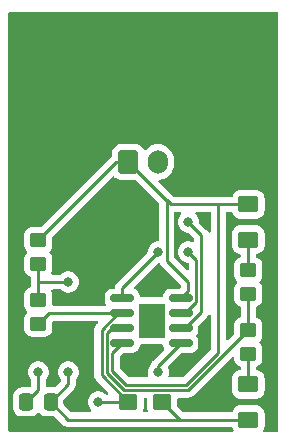
<source format=gbr>
%TF.GenerationSoftware,KiCad,Pcbnew,7.0.1*%
%TF.CreationDate,2023-04-24T16:24:41-07:00*%
%TF.ProjectId,Lab 3,4c616220-332e-46b6-9963-61645f706362,rev?*%
%TF.SameCoordinates,Original*%
%TF.FileFunction,Copper,L1,Top*%
%TF.FilePolarity,Positive*%
%FSLAX46Y46*%
G04 Gerber Fmt 4.6, Leading zero omitted, Abs format (unit mm)*
G04 Created by KiCad (PCBNEW 7.0.1) date 2023-04-24 16:24:41*
%MOMM*%
%LPD*%
G01*
G04 APERTURE LIST*
G04 Aperture macros list*
%AMRoundRect*
0 Rectangle with rounded corners*
0 $1 Rounding radius*
0 $2 $3 $4 $5 $6 $7 $8 $9 X,Y pos of 4 corners*
0 Add a 4 corners polygon primitive as box body*
4,1,4,$2,$3,$4,$5,$6,$7,$8,$9,$2,$3,0*
0 Add four circle primitives for the rounded corners*
1,1,$1+$1,$2,$3*
1,1,$1+$1,$4,$5*
1,1,$1+$1,$6,$7*
1,1,$1+$1,$8,$9*
0 Add four rect primitives between the rounded corners*
20,1,$1+$1,$2,$3,$4,$5,0*
20,1,$1+$1,$4,$5,$6,$7,0*
20,1,$1+$1,$6,$7,$8,$9,0*
20,1,$1+$1,$8,$9,$2,$3,0*%
G04 Aperture macros list end*
%TA.AperFunction,SMDPad,CuDef*%
%ADD10RoundRect,0.250000X-0.537500X-0.425000X0.537500X-0.425000X0.537500X0.425000X-0.537500X0.425000X0*%
%TD*%
%TA.AperFunction,SMDPad,CuDef*%
%ADD11RoundRect,0.150000X-0.825000X-0.150000X0.825000X-0.150000X0.825000X0.150000X-0.825000X0.150000X0*%
%TD*%
%TA.AperFunction,SMDPad,CuDef*%
%ADD12R,2.290000X3.000000*%
%TD*%
%TA.AperFunction,SMDPad,CuDef*%
%ADD13RoundRect,0.250000X-0.450000X0.350000X-0.450000X-0.350000X0.450000X-0.350000X0.450000X0.350000X0*%
%TD*%
%TA.AperFunction,SMDPad,CuDef*%
%ADD14RoundRect,0.250001X0.624999X-0.462499X0.624999X0.462499X-0.624999X0.462499X-0.624999X-0.462499X0*%
%TD*%
%TA.AperFunction,SMDPad,CuDef*%
%ADD15RoundRect,0.250000X-0.337500X-0.475000X0.337500X-0.475000X0.337500X0.475000X-0.337500X0.475000X0*%
%TD*%
%TA.AperFunction,ComponentPad*%
%ADD16RoundRect,0.250000X-0.600000X-0.750000X0.600000X-0.750000X0.600000X0.750000X-0.600000X0.750000X0*%
%TD*%
%TA.AperFunction,ComponentPad*%
%ADD17O,1.700000X2.000000*%
%TD*%
%TA.AperFunction,ViaPad*%
%ADD18C,0.800000*%
%TD*%
%TA.AperFunction,Conductor*%
%ADD19C,0.250000*%
%TD*%
G04 APERTURE END LIST*
D10*
%TO.P,C2,1*%
%TO.N,/pin_2*%
X152400000Y-93980000D03*
%TO.P,C2,2*%
%TO.N,GND*%
X155275000Y-93980000D03*
%TD*%
D11*
%TO.P,U1,1,GND*%
%TO.N,GND*%
X151895000Y-85205000D03*
%TO.P,U1,2,TR*%
%TO.N,/pin_2*%
X151895000Y-86475000D03*
%TO.P,U1,3,Q*%
%TO.N,/pin_3*%
X151895000Y-87745000D03*
%TO.P,U1,4,R*%
%TO.N,+9V*%
X151895000Y-89015000D03*
%TO.P,U1,5,CV*%
%TO.N,Net-(U1-CV)*%
X156845000Y-89015000D03*
%TO.P,U1,6,THR*%
%TO.N,/pin_2*%
X156845000Y-87745000D03*
%TO.P,U1,7,DIS*%
%TO.N,/pin_7*%
X156845000Y-86475000D03*
%TO.P,U1,8,VCC*%
%TO.N,+9V*%
X156845000Y-85205000D03*
D12*
%TO.P,U1,9*%
%TO.N,N/C*%
X154370000Y-87110000D03*
%TD*%
D13*
%TO.P,R3,1*%
%TO.N,/pin_7*%
X144780000Y-85360000D03*
%TO.P,R3,2*%
%TO.N,/pin_2*%
X144780000Y-87360000D03*
%TD*%
D14*
%TO.P,D1,1,K*%
%TO.N,Net-(D1-K)*%
X162560000Y-80227500D03*
%TO.P,D1,2,A*%
%TO.N,+9V*%
X162560000Y-77252500D03*
%TD*%
%TO.P,D2,1,K*%
%TO.N,GND*%
X162560000Y-95467500D03*
%TO.P,D2,2,A*%
%TO.N,Net-(D2-A)*%
X162560000Y-92492500D03*
%TD*%
D15*
%TO.P,C1,1*%
%TO.N,Net-(U1-CV)*%
X143742500Y-93980000D03*
%TO.P,C1,2*%
%TO.N,GND*%
X145817500Y-93980000D03*
%TD*%
D13*
%TO.P,R1,1*%
%TO.N,+9V*%
X144780000Y-80280000D03*
%TO.P,R1,2*%
%TO.N,/pin_7*%
X144780000Y-82280000D03*
%TD*%
%TO.P,R4,1*%
%TO.N,/pin_3*%
X162560000Y-87900000D03*
%TO.P,R4,2*%
%TO.N,Net-(D2-A)*%
X162560000Y-89900000D03*
%TD*%
D16*
%TO.P,J1,1,Pin_1*%
%TO.N,+9V*%
X152400000Y-73660000D03*
D17*
%TO.P,J1,2,Pin_2*%
%TO.N,GND*%
X154900000Y-73660000D03*
%TD*%
D13*
%TO.P,R2,1*%
%TO.N,Net-(D1-K)*%
X162560000Y-82820000D03*
%TO.P,R2,2*%
%TO.N,/pin_3*%
X162560000Y-84820000D03*
%TD*%
D18*
%TO.N,Net-(U1-CV)*%
X144780000Y-91440000D03*
X154940000Y-91440000D03*
%TO.N,GND*%
X147320000Y-91440000D03*
X154940000Y-81280000D03*
%TO.N,/pin_2*%
X157480000Y-78740000D03*
X149860000Y-93980000D03*
%TO.N,/pin_7*%
X157480000Y-81280000D03*
X147320000Y-83820000D03*
%TD*%
D19*
%TO.N,Net-(U1-CV)*%
X154940000Y-90920000D02*
X154940000Y-91440000D01*
X144780000Y-91440000D02*
X144780000Y-92942500D01*
X144780000Y-92942500D02*
X143742500Y-93980000D01*
X156845000Y-89015000D02*
X154940000Y-90920000D01*
%TO.N,GND*%
X151895000Y-85205000D02*
X151895000Y-84325000D01*
X162560000Y-95467500D02*
X156762500Y-95467500D01*
X147305000Y-95467500D02*
X145817500Y-93980000D01*
X151895000Y-84325000D02*
X154940000Y-81280000D01*
X145817500Y-93980000D02*
X147320000Y-92477500D01*
X156762500Y-95467500D02*
X155275000Y-93980000D01*
X156762500Y-95467500D02*
X147305000Y-95467500D01*
X147320000Y-92477500D02*
X147320000Y-91440000D01*
%TO.N,/pin_2*%
X150145000Y-91725000D02*
X150145000Y-87848249D01*
X145665000Y-86475000D02*
X151895000Y-86475000D01*
X151518249Y-86475000D02*
X151895000Y-86475000D01*
X149860000Y-93980000D02*
X152400000Y-93980000D01*
X144780000Y-87360000D02*
X145665000Y-86475000D01*
X158595000Y-79855000D02*
X157480000Y-78740000D01*
X150145000Y-87848249D02*
X151518249Y-86475000D01*
X156845000Y-87745000D02*
X157221751Y-87745000D01*
X152400000Y-93980000D02*
X150145000Y-91725000D01*
X158595000Y-86371751D02*
X158595000Y-79855000D01*
X157221751Y-87745000D02*
X158595000Y-86371751D01*
%TO.N,Net-(D1-K)*%
X162560000Y-80227500D02*
X162560000Y-82820000D01*
%TO.N,+9V*%
X151895000Y-89015000D02*
X151045000Y-89865000D01*
X155992500Y-77252500D02*
X152400000Y-73660000D01*
X144780000Y-80280000D02*
X151400000Y-73660000D01*
X151400000Y-73660000D02*
X152400000Y-73660000D01*
X151045000Y-91352208D02*
X152222792Y-92530000D01*
X160020000Y-89803604D02*
X160020000Y-77252500D01*
X157480000Y-83820000D02*
X155665000Y-82005000D01*
X157293604Y-92530000D02*
X160020000Y-89803604D01*
X151045000Y-89865000D02*
X151045000Y-91352208D01*
X155665000Y-76925000D02*
X152400000Y-73660000D01*
X162560000Y-77252500D02*
X160020000Y-77252500D01*
X152222792Y-92530000D02*
X157293604Y-92530000D01*
X155665000Y-82005000D02*
X155665000Y-76925000D01*
X156845000Y-85205000D02*
X157480000Y-84570000D01*
X160020000Y-77252500D02*
X155992500Y-77252500D01*
X157480000Y-84570000D02*
X157480000Y-83820000D01*
%TO.N,Net-(D2-A)*%
X162560000Y-89900000D02*
X162560000Y-92492500D01*
%TO.N,/pin_7*%
X156845000Y-86475000D02*
X157221751Y-86475000D01*
X157221751Y-86475000D02*
X158145000Y-85551751D01*
X147320000Y-83820000D02*
X144780000Y-83820000D01*
X144780000Y-83820000D02*
X144780000Y-85360000D01*
X158145000Y-85551751D02*
X158145000Y-81945000D01*
X144780000Y-82280000D02*
X144780000Y-83820000D01*
X158145000Y-81945000D02*
X157480000Y-81280000D01*
%TO.N,/pin_3*%
X151015000Y-87745000D02*
X150595000Y-88165000D01*
X150595000Y-91538604D02*
X152036396Y-92980000D01*
X162560000Y-84820000D02*
X162560000Y-87900000D01*
X150595000Y-88165000D02*
X150595000Y-91538604D01*
X157480000Y-92980000D02*
X162560000Y-87900000D01*
X151895000Y-87745000D02*
X151015000Y-87745000D01*
X152036396Y-92980000D02*
X157480000Y-92980000D01*
%TD*%
%TA.AperFunction,NonConductor*%
G36*
X159332500Y-77894613D02*
G01*
X159377887Y-77940000D01*
X159394500Y-78002000D01*
X159394500Y-79524833D01*
X159378024Y-79586595D01*
X159332975Y-79631944D01*
X159271324Y-79648830D01*
X159209454Y-79632765D01*
X159163806Y-79588019D01*
X159163456Y-79587428D01*
X159154860Y-79569895D01*
X159147486Y-79551268D01*
X159121813Y-79515932D01*
X159115402Y-79506172D01*
X159093169Y-79468578D01*
X159079006Y-79454415D01*
X159066369Y-79439620D01*
X159054595Y-79423414D01*
X159054594Y-79423413D01*
X159020935Y-79395568D01*
X159012305Y-79387714D01*
X158418960Y-78794369D01*
X158394720Y-78760071D01*
X158383321Y-78719655D01*
X158365674Y-78551744D01*
X158316309Y-78399814D01*
X158307179Y-78371715D01*
X158212533Y-78207783D01*
X158101953Y-78084972D01*
X158074671Y-78035346D01*
X158072299Y-77978765D01*
X158095333Y-77927030D01*
X158138968Y-77890932D01*
X158194103Y-77878000D01*
X159270500Y-77878000D01*
X159332500Y-77894613D01*
G37*
%TD.AperFunction*%
%TA.AperFunction,NonConductor*%
G36*
X156821032Y-77890932D02*
G01*
X156864667Y-77927030D01*
X156887701Y-77978765D01*
X156885329Y-78035346D01*
X156858047Y-78084972D01*
X156747466Y-78207783D01*
X156652820Y-78371715D01*
X156594326Y-78551742D01*
X156574540Y-78740000D01*
X156594326Y-78928257D01*
X156652820Y-79108284D01*
X156747466Y-79272216D01*
X156874129Y-79412889D01*
X157027269Y-79524151D01*
X157200197Y-79601144D01*
X157385352Y-79640500D01*
X157385354Y-79640500D01*
X157444548Y-79640500D01*
X157492001Y-79649939D01*
X157532229Y-79676819D01*
X157933181Y-80077772D01*
X157960061Y-80118000D01*
X157969500Y-80165453D01*
X157969500Y-80321276D01*
X157954473Y-80380444D01*
X157913035Y-80425271D01*
X157855228Y-80444894D01*
X157795064Y-80434555D01*
X157759802Y-80418855D01*
X157574648Y-80379500D01*
X157574646Y-80379500D01*
X157385354Y-80379500D01*
X157385352Y-80379500D01*
X157200197Y-80418855D01*
X157027269Y-80495848D01*
X156874129Y-80607110D01*
X156747466Y-80747783D01*
X156652820Y-80911715D01*
X156594326Y-81091742D01*
X156574540Y-81280000D01*
X156594326Y-81468257D01*
X156652820Y-81648284D01*
X156747466Y-81812216D01*
X156874129Y-81952889D01*
X157027269Y-82064151D01*
X157200197Y-82141144D01*
X157385352Y-82180500D01*
X157385354Y-82180500D01*
X157395500Y-82180500D01*
X157457500Y-82197113D01*
X157502887Y-82242500D01*
X157519500Y-82304500D01*
X157519500Y-82675548D01*
X157505985Y-82731843D01*
X157468385Y-82775866D01*
X157414898Y-82798021D01*
X157357182Y-82793479D01*
X157307819Y-82763229D01*
X156898412Y-82353822D01*
X156326819Y-81782228D01*
X156299939Y-81742000D01*
X156290500Y-81694547D01*
X156290500Y-78002000D01*
X156307113Y-77940000D01*
X156352500Y-77894613D01*
X156414500Y-77878000D01*
X156765897Y-77878000D01*
X156821032Y-77890932D01*
G37*
%TD.AperFunction*%
%TA.AperFunction,NonConductor*%
G36*
X155040963Y-82203430D02*
G01*
X155079616Y-82243950D01*
X155096579Y-82272634D01*
X155105136Y-82290100D01*
X155112514Y-82308732D01*
X155123066Y-82323256D01*
X155138180Y-82344059D01*
X155144593Y-82353822D01*
X155166826Y-82391416D01*
X155166829Y-82391419D01*
X155166830Y-82391420D01*
X155180995Y-82405585D01*
X155193627Y-82420375D01*
X155205406Y-82436587D01*
X155239058Y-82464426D01*
X155247699Y-82472289D01*
X156818181Y-84042771D01*
X156845061Y-84082999D01*
X156854500Y-84130452D01*
X156854500Y-84259548D01*
X156845061Y-84307001D01*
X156818181Y-84347229D01*
X156797229Y-84368181D01*
X156757001Y-84395061D01*
X156709548Y-84404500D01*
X155954306Y-84404500D01*
X155942014Y-84405467D01*
X155917427Y-84407402D01*
X155759602Y-84453255D01*
X155618134Y-84536919D01*
X155501919Y-84653134D01*
X155418255Y-84794602D01*
X155372402Y-84952427D01*
X155369118Y-84994162D01*
X155367219Y-84994012D01*
X155352887Y-85047500D01*
X155307500Y-85092887D01*
X155245500Y-85109500D01*
X154370000Y-85109500D01*
X153494499Y-85109500D01*
X153432500Y-85092888D01*
X153387113Y-85047501D01*
X153372780Y-84994012D01*
X153370882Y-84994162D01*
X153370500Y-84989306D01*
X153367598Y-84952431D01*
X153339931Y-84857203D01*
X153321744Y-84794602D01*
X153277920Y-84720500D01*
X153238081Y-84653135D01*
X153121865Y-84536919D01*
X153121864Y-84536918D01*
X152980397Y-84453255D01*
X152926760Y-84437672D01*
X152872307Y-84404889D01*
X152841251Y-84349433D01*
X152841750Y-84285876D01*
X152873672Y-84230917D01*
X154885204Y-82219386D01*
X154932718Y-82189754D01*
X154988425Y-82184047D01*
X155040963Y-82203430D01*
G37*
%TD.AperFunction*%
%TA.AperFunction,NonConductor*%
G36*
X151224289Y-74895657D02*
G01*
X151312666Y-74984034D01*
X151331345Y-75002713D01*
X151406005Y-75048763D01*
X151480666Y-75094814D01*
X151592017Y-75131712D01*
X151647202Y-75149999D01*
X151657702Y-75151071D01*
X151749991Y-75160500D01*
X152964546Y-75160499D01*
X153011999Y-75169938D01*
X153052227Y-75196818D01*
X155003181Y-77147772D01*
X155030061Y-77188000D01*
X155039500Y-77235453D01*
X155039500Y-80255500D01*
X155022887Y-80317500D01*
X154977500Y-80362887D01*
X154915500Y-80379500D01*
X154845352Y-80379500D01*
X154660197Y-80418855D01*
X154487269Y-80495848D01*
X154334129Y-80607110D01*
X154207466Y-80747783D01*
X154112820Y-80911715D01*
X154054326Y-81091742D01*
X154036679Y-81259649D01*
X154025279Y-81300070D01*
X154001039Y-81334368D01*
X151511208Y-83824199D01*
X151495110Y-83837096D01*
X151447096Y-83888225D01*
X151444391Y-83891017D01*
X151424874Y-83910534D01*
X151422415Y-83913705D01*
X151414842Y-83922572D01*
X151384935Y-83954420D01*
X151375285Y-83971974D01*
X151364609Y-83988228D01*
X151352326Y-84004063D01*
X151334975Y-84044158D01*
X151329838Y-84054644D01*
X151308802Y-84092907D01*
X151303821Y-84112309D01*
X151297520Y-84130711D01*
X151289561Y-84149102D01*
X151282728Y-84192242D01*
X151280360Y-84203674D01*
X151269500Y-84245978D01*
X151269500Y-84266016D01*
X151267973Y-84285414D01*
X151265679Y-84299898D01*
X151243524Y-84353385D01*
X151199501Y-84390985D01*
X151143206Y-84404500D01*
X151004306Y-84404500D01*
X150992014Y-84405467D01*
X150967427Y-84407402D01*
X150809602Y-84453255D01*
X150668134Y-84536919D01*
X150551919Y-84653134D01*
X150468255Y-84794602D01*
X150422402Y-84952427D01*
X150419500Y-84989308D01*
X150419500Y-85420692D01*
X150422402Y-85457572D01*
X150468255Y-85615397D01*
X150496040Y-85662379D01*
X150513304Y-85724526D01*
X150497018Y-85786937D01*
X150451589Y-85832725D01*
X150389308Y-85849500D01*
X146104500Y-85849500D01*
X146042500Y-85832887D01*
X145997113Y-85787500D01*
X145980500Y-85725500D01*
X145980499Y-84959991D01*
X145969999Y-84857203D01*
X145949255Y-84794602D01*
X145914814Y-84690666D01*
X145880230Y-84634596D01*
X145861798Y-84572204D01*
X145877492Y-84509068D01*
X145922990Y-84462566D01*
X145985769Y-84445500D01*
X146616253Y-84445500D01*
X146666688Y-84456220D01*
X146708401Y-84486526D01*
X146714129Y-84492888D01*
X146867270Y-84604151D01*
X146867271Y-84604151D01*
X146867272Y-84604152D01*
X147040197Y-84681144D01*
X147225352Y-84720500D01*
X147225354Y-84720500D01*
X147414646Y-84720500D01*
X147414648Y-84720500D01*
X147555010Y-84690665D01*
X147599803Y-84681144D01*
X147772730Y-84604151D01*
X147772730Y-84604150D01*
X147925870Y-84492889D01*
X147931598Y-84486528D01*
X148052533Y-84352216D01*
X148147179Y-84188284D01*
X148205674Y-84008256D01*
X148225460Y-83820000D01*
X148205674Y-83631744D01*
X148147179Y-83451716D01*
X148147179Y-83451715D01*
X148052533Y-83287783D01*
X147925870Y-83147110D01*
X147772730Y-83035848D01*
X147599802Y-82958855D01*
X147414648Y-82919500D01*
X147414646Y-82919500D01*
X147225354Y-82919500D01*
X147225352Y-82919500D01*
X147040197Y-82958855D01*
X146867272Y-83035847D01*
X146780823Y-83098656D01*
X146714129Y-83147112D01*
X146708401Y-83153473D01*
X146666688Y-83183780D01*
X146616253Y-83194500D01*
X145985769Y-83194500D01*
X145922990Y-83177434D01*
X145877492Y-83130932D01*
X145861798Y-83067796D01*
X145880230Y-83005404D01*
X145881798Y-83002861D01*
X145914814Y-82949334D01*
X145969999Y-82782797D01*
X145980500Y-82680009D01*
X145980499Y-81879992D01*
X145969999Y-81777203D01*
X145914814Y-81610666D01*
X145826976Y-81468257D01*
X145822713Y-81461345D01*
X145791367Y-81429999D01*
X145729047Y-81367679D01*
X145696955Y-81312094D01*
X145696955Y-81247906D01*
X145729047Y-81192320D01*
X145822712Y-81098656D01*
X145914814Y-80949334D01*
X145969999Y-80782797D01*
X145980500Y-80680009D01*
X145980499Y-80015450D01*
X145989938Y-79967998D01*
X146016815Y-79927773D01*
X151048931Y-74895657D01*
X151104517Y-74863565D01*
X151168704Y-74863565D01*
X151224289Y-74895657D01*
G37*
%TD.AperFunction*%
%TA.AperFunction,NonConductor*%
G36*
X155307500Y-89127112D02*
G01*
X155352887Y-89172499D01*
X155367219Y-89225987D01*
X155369118Y-89225838D01*
X155372402Y-89267572D01*
X155418255Y-89425397D01*
X155418257Y-89425400D01*
X155434975Y-89476852D01*
X155428194Y-89530525D01*
X155399206Y-89576202D01*
X154556208Y-90419199D01*
X154540110Y-90432096D01*
X154492096Y-90483225D01*
X154489391Y-90486017D01*
X154469874Y-90505534D01*
X154467415Y-90508705D01*
X154459842Y-90517572D01*
X154429935Y-90549420D01*
X154420285Y-90566974D01*
X154409609Y-90583228D01*
X154397326Y-90599063D01*
X154379975Y-90639158D01*
X154374838Y-90649644D01*
X154353802Y-90687907D01*
X154348821Y-90707309D01*
X154342521Y-90725709D01*
X154329741Y-90755243D01*
X154325421Y-90769153D01*
X154305655Y-90798733D01*
X154207466Y-90907783D01*
X154112820Y-91071715D01*
X154054326Y-91251742D01*
X154034540Y-91439999D01*
X154054326Y-91628257D01*
X154091343Y-91742182D01*
X154095885Y-91799898D01*
X154073730Y-91853385D01*
X154029707Y-91890985D01*
X153973412Y-91904500D01*
X152533245Y-91904500D01*
X152485792Y-91895061D01*
X152445564Y-91868181D01*
X151706819Y-91129436D01*
X151679939Y-91089208D01*
X151670500Y-91041755D01*
X151670500Y-90175452D01*
X151679939Y-90127999D01*
X151706819Y-90087771D01*
X151942771Y-89851819D01*
X151982999Y-89824939D01*
X152030452Y-89815500D01*
X152785692Y-89815500D01*
X152785694Y-89815500D01*
X152822569Y-89812598D01*
X152980398Y-89766744D01*
X153121865Y-89683081D01*
X153238081Y-89566865D01*
X153321744Y-89425398D01*
X153367598Y-89267569D01*
X153370500Y-89230694D01*
X153370500Y-89230691D01*
X153370882Y-89225838D01*
X153372780Y-89225987D01*
X153387113Y-89172500D01*
X153432500Y-89127113D01*
X153494500Y-89110500D01*
X154370000Y-89110499D01*
X155245500Y-89110499D01*
X155307500Y-89127112D01*
G37*
%TD.AperFunction*%
%TA.AperFunction,NonConductor*%
G36*
X159331604Y-86590893D02*
G01*
X159377628Y-86636346D01*
X159394500Y-86698793D01*
X159394500Y-89493151D01*
X159385061Y-89540604D01*
X159358181Y-89580832D01*
X157070832Y-91868181D01*
X157030604Y-91895061D01*
X156983151Y-91904500D01*
X155906588Y-91904500D01*
X155850293Y-91890985D01*
X155806270Y-91853385D01*
X155784115Y-91799898D01*
X155788657Y-91742182D01*
X155814462Y-91662762D01*
X155825674Y-91628256D01*
X155845460Y-91440000D01*
X155825674Y-91251744D01*
X155767533Y-91072805D01*
X155764890Y-91005540D01*
X155797781Y-90946808D01*
X156892771Y-89851819D01*
X156933000Y-89824939D01*
X156980453Y-89815500D01*
X157735692Y-89815500D01*
X157735694Y-89815500D01*
X157772569Y-89812598D01*
X157930398Y-89766744D01*
X158071865Y-89683081D01*
X158188081Y-89566865D01*
X158271744Y-89425398D01*
X158317598Y-89267569D01*
X158320500Y-89230694D01*
X158320500Y-88799306D01*
X158317598Y-88762431D01*
X158304879Y-88718654D01*
X158271744Y-88604602D01*
X158180107Y-88449652D01*
X158181680Y-88448721D01*
X158160533Y-88412094D01*
X158160533Y-88347906D01*
X158181680Y-88311278D01*
X158180107Y-88310348D01*
X158188081Y-88296865D01*
X158271744Y-88155398D01*
X158317598Y-87997569D01*
X158320500Y-87960694D01*
X158320500Y-87582203D01*
X158329939Y-87534750D01*
X158356819Y-87494522D01*
X158646238Y-87205103D01*
X158978789Y-86872551D01*
X158994885Y-86859657D01*
X158996873Y-86857538D01*
X158996877Y-86857537D01*
X159042948Y-86808474D01*
X159045566Y-86805774D01*
X159065120Y-86786222D01*
X159067581Y-86783049D01*
X159075156Y-86774178D01*
X159105062Y-86742333D01*
X159114717Y-86724769D01*
X159125394Y-86708515D01*
X159137673Y-86692687D01*
X159155018Y-86652603D01*
X159160157Y-86642112D01*
X159161846Y-86639040D01*
X159206720Y-86592453D01*
X159268951Y-86574803D01*
X159331604Y-86590893D01*
G37*
%TD.AperFunction*%
%TA.AperFunction,NonConductor*%
G36*
X153925000Y-93622113D02*
G01*
X153970387Y-93667500D01*
X153987000Y-93729500D01*
X153987000Y-94455008D01*
X153997500Y-94557796D01*
X154013308Y-94605500D01*
X154037663Y-94678998D01*
X154042514Y-94736863D01*
X154020487Y-94790593D01*
X153976413Y-94828403D01*
X153919957Y-94842000D01*
X153755043Y-94842000D01*
X153698587Y-94828403D01*
X153654513Y-94790593D01*
X153632486Y-94736862D01*
X153637336Y-94678998D01*
X153677499Y-94557797D01*
X153688000Y-94455009D01*
X153687999Y-93729499D01*
X153704612Y-93667500D01*
X153749999Y-93622113D01*
X153811999Y-93605500D01*
X153863000Y-93605500D01*
X153925000Y-93622113D01*
G37*
%TD.AperFunction*%
%TA.AperFunction,NonConductor*%
G36*
X165037500Y-60977113D02*
G01*
X165082887Y-61022500D01*
X165099500Y-61084500D01*
X165099500Y-96395500D01*
X165082887Y-96457500D01*
X165037500Y-96502887D01*
X164975500Y-96519500D01*
X163925348Y-96519500D01*
X163862569Y-96502433D01*
X163817070Y-96455931D01*
X163801378Y-96392795D01*
X163819810Y-96330402D01*
X163869814Y-96249334D01*
X163924999Y-96082797D01*
X163935500Y-95980008D01*
X163935500Y-94954992D01*
X163924999Y-94852203D01*
X163921334Y-94841144D01*
X163869813Y-94685663D01*
X163777711Y-94536344D01*
X163653655Y-94412288D01*
X163504336Y-94320186D01*
X163337797Y-94265000D01*
X163235008Y-94254500D01*
X161884992Y-94254500D01*
X161782202Y-94265000D01*
X161615663Y-94320186D01*
X161466344Y-94412288D01*
X161342288Y-94536344D01*
X161250186Y-94685663D01*
X161226547Y-94757004D01*
X161200668Y-94801329D01*
X161159056Y-94831377D01*
X161108841Y-94842000D01*
X157072952Y-94842000D01*
X157025499Y-94832561D01*
X156985271Y-94805681D01*
X156599318Y-94419728D01*
X156572438Y-94379500D01*
X156562999Y-94332047D01*
X156562999Y-93729500D01*
X156579612Y-93667500D01*
X156624999Y-93622113D01*
X156686999Y-93605500D01*
X157397256Y-93605500D01*
X157417762Y-93607764D01*
X157420665Y-93607672D01*
X157420667Y-93607673D01*
X157487872Y-93605561D01*
X157491768Y-93605500D01*
X157519349Y-93605500D01*
X157519350Y-93605500D01*
X157523319Y-93604998D01*
X157534965Y-93604080D01*
X157578627Y-93602709D01*
X157597859Y-93597120D01*
X157616918Y-93593174D01*
X157623196Y-93592381D01*
X157636792Y-93590664D01*
X157677407Y-93574582D01*
X157688444Y-93570803D01*
X157730390Y-93558618D01*
X157747629Y-93548422D01*
X157765102Y-93539862D01*
X157783732Y-93532486D01*
X157819064Y-93506814D01*
X157828830Y-93500400D01*
X157866418Y-93478171D01*
X157866417Y-93478171D01*
X157866420Y-93478170D01*
X157880585Y-93464004D01*
X157895373Y-93451373D01*
X157911587Y-93439594D01*
X157939438Y-93405926D01*
X157947279Y-93397309D01*
X161147821Y-90196768D01*
X161197181Y-90166520D01*
X161254896Y-90161977D01*
X161308383Y-90184131D01*
X161345983Y-90228152D01*
X161359500Y-90284445D01*
X161359500Y-90300006D01*
X161370000Y-90402796D01*
X161425186Y-90569334D01*
X161517288Y-90718657D01*
X161641342Y-90842711D01*
X161641344Y-90842712D01*
X161790666Y-90934814D01*
X161849504Y-90954311D01*
X161893829Y-90980190D01*
X161923877Y-91021802D01*
X161934500Y-91072017D01*
X161934500Y-91162465D01*
X161919929Y-91220786D01*
X161879639Y-91265401D01*
X161823101Y-91285822D01*
X161817640Y-91286380D01*
X161782202Y-91290000D01*
X161615663Y-91345186D01*
X161466344Y-91437288D01*
X161342288Y-91561344D01*
X161250186Y-91710663D01*
X161195000Y-91877202D01*
X161184500Y-91979992D01*
X161184500Y-93005008D01*
X161195000Y-93107797D01*
X161250186Y-93274336D01*
X161342288Y-93423655D01*
X161466344Y-93547711D01*
X161615663Y-93639813D01*
X161782202Y-93694999D01*
X161884992Y-93705500D01*
X163235008Y-93705500D01*
X163337797Y-93694999D01*
X163420783Y-93667500D01*
X163504334Y-93639814D01*
X163559867Y-93605561D01*
X163653655Y-93547711D01*
X163777711Y-93423655D01*
X163869813Y-93274336D01*
X163897037Y-93192182D01*
X163924999Y-93107797D01*
X163935500Y-93005008D01*
X163935500Y-91979992D01*
X163924999Y-91877203D01*
X163922009Y-91868181D01*
X163869813Y-91710663D01*
X163777711Y-91561344D01*
X163653655Y-91437288D01*
X163504336Y-91345186D01*
X163337797Y-91290000D01*
X163302836Y-91286429D01*
X163296898Y-91285822D01*
X163240361Y-91265401D01*
X163200071Y-91220786D01*
X163185500Y-91162465D01*
X163185500Y-91072017D01*
X163196123Y-91021802D01*
X163226171Y-90980190D01*
X163270496Y-90954311D01*
X163329334Y-90934814D01*
X163478656Y-90842712D01*
X163602712Y-90718656D01*
X163694814Y-90569334D01*
X163749999Y-90402797D01*
X163760500Y-90300009D01*
X163760499Y-89499992D01*
X163749999Y-89397203D01*
X163694814Y-89230666D01*
X163648762Y-89156004D01*
X163602713Y-89081345D01*
X163602712Y-89081344D01*
X163509047Y-88987679D01*
X163476955Y-88932094D01*
X163476955Y-88867906D01*
X163509047Y-88812320D01*
X163602712Y-88718656D01*
X163694814Y-88569334D01*
X163749999Y-88402797D01*
X163760500Y-88300009D01*
X163760499Y-87499992D01*
X163758218Y-87477667D01*
X163749999Y-87397203D01*
X163733512Y-87347449D01*
X163694814Y-87230666D01*
X163622864Y-87114015D01*
X163602711Y-87081342D01*
X163478657Y-86957288D01*
X163329334Y-86865186D01*
X163270496Y-86845689D01*
X163226171Y-86819810D01*
X163196123Y-86778198D01*
X163185500Y-86727983D01*
X163185500Y-85992017D01*
X163196123Y-85941802D01*
X163226171Y-85900190D01*
X163270496Y-85874311D01*
X163329334Y-85854814D01*
X163478656Y-85762712D01*
X163602712Y-85638656D01*
X163694814Y-85489334D01*
X163749999Y-85322797D01*
X163760500Y-85220009D01*
X163760499Y-84419992D01*
X163758916Y-84404500D01*
X163749999Y-84317203D01*
X163737608Y-84279810D01*
X163694814Y-84150666D01*
X163606976Y-84008257D01*
X163602711Y-84001342D01*
X163509049Y-83907680D01*
X163476955Y-83852092D01*
X163476955Y-83787905D01*
X163509048Y-83732319D01*
X163602712Y-83638656D01*
X163694814Y-83489334D01*
X163749999Y-83322797D01*
X163760500Y-83220009D01*
X163760499Y-82419992D01*
X163749999Y-82317203D01*
X163694814Y-82150666D01*
X163602712Y-82001344D01*
X163602711Y-82001342D01*
X163478657Y-81877288D01*
X163329334Y-81785186D01*
X163270496Y-81765689D01*
X163226171Y-81739810D01*
X163196123Y-81698198D01*
X163185500Y-81647983D01*
X163185500Y-81557535D01*
X163200071Y-81499214D01*
X163240361Y-81454599D01*
X163296898Y-81434177D01*
X163337797Y-81429999D01*
X163504334Y-81374814D01*
X163653655Y-81282711D01*
X163777711Y-81158655D01*
X163869814Y-81009334D01*
X163924999Y-80842797D01*
X163935500Y-80740008D01*
X163935500Y-79714992D01*
X163924999Y-79612203D01*
X163924489Y-79610665D01*
X163869813Y-79445663D01*
X163777711Y-79296344D01*
X163653655Y-79172288D01*
X163504336Y-79080186D01*
X163337797Y-79025000D01*
X163235008Y-79014500D01*
X161884992Y-79014500D01*
X161782202Y-79025000D01*
X161615663Y-79080186D01*
X161466344Y-79172288D01*
X161342288Y-79296344D01*
X161250186Y-79445663D01*
X161195000Y-79612202D01*
X161184500Y-79714992D01*
X161184500Y-80740008D01*
X161195000Y-80842797D01*
X161250186Y-81009336D01*
X161342288Y-81158655D01*
X161466344Y-81282711D01*
X161615663Y-81374813D01*
X161782202Y-81429999D01*
X161797564Y-81431568D01*
X161823101Y-81434177D01*
X161879639Y-81454599D01*
X161919929Y-81499214D01*
X161934500Y-81557535D01*
X161934500Y-81647983D01*
X161923877Y-81698198D01*
X161893829Y-81739810D01*
X161849504Y-81765689D01*
X161790665Y-81785186D01*
X161641342Y-81877288D01*
X161517288Y-82001342D01*
X161425186Y-82150665D01*
X161370000Y-82317202D01*
X161359500Y-82419990D01*
X161359500Y-83220008D01*
X161370000Y-83322796D01*
X161425186Y-83489334D01*
X161517286Y-83638654D01*
X161517287Y-83638655D01*
X161517288Y-83638656D01*
X161610951Y-83732319D01*
X161643044Y-83787905D01*
X161643044Y-83852092D01*
X161610951Y-83907680D01*
X161517287Y-84001344D01*
X161425186Y-84150665D01*
X161370000Y-84317202D01*
X161359500Y-84419990D01*
X161359500Y-85220008D01*
X161370000Y-85322796D01*
X161425186Y-85489334D01*
X161517288Y-85638657D01*
X161641342Y-85762711D01*
X161641344Y-85762712D01*
X161790666Y-85854814D01*
X161849504Y-85874311D01*
X161893829Y-85900190D01*
X161923877Y-85941802D01*
X161934500Y-85992017D01*
X161934500Y-86727983D01*
X161923877Y-86778198D01*
X161893829Y-86819810D01*
X161849504Y-86845689D01*
X161790665Y-86865186D01*
X161641342Y-86957288D01*
X161517288Y-87081342D01*
X161425186Y-87230665D01*
X161370000Y-87397202D01*
X161359500Y-87499991D01*
X161359500Y-88164546D01*
X161350061Y-88211999D01*
X161323181Y-88252227D01*
X160857181Y-88718228D01*
X160807818Y-88748478D01*
X160750102Y-88753020D01*
X160696615Y-88730865D01*
X160659015Y-88686842D01*
X160645500Y-88630547D01*
X160645500Y-78002000D01*
X160662113Y-77940000D01*
X160707500Y-77894613D01*
X160769500Y-77878000D01*
X161108841Y-77878000D01*
X161159056Y-77888623D01*
X161200668Y-77918671D01*
X161226547Y-77962996D01*
X161250186Y-78034336D01*
X161342288Y-78183655D01*
X161466344Y-78307711D01*
X161615663Y-78399813D01*
X161782202Y-78454999D01*
X161884992Y-78465500D01*
X163235008Y-78465500D01*
X163337797Y-78454999D01*
X163337796Y-78454999D01*
X163504334Y-78399814D01*
X163653655Y-78307711D01*
X163777711Y-78183655D01*
X163869814Y-78034334D01*
X163924999Y-77867797D01*
X163935500Y-77765008D01*
X163935500Y-76739992D01*
X163924999Y-76637203D01*
X163920890Y-76624804D01*
X163869813Y-76470663D01*
X163777711Y-76321344D01*
X163653655Y-76197288D01*
X163504336Y-76105186D01*
X163337797Y-76050000D01*
X163235008Y-76039500D01*
X161884992Y-76039500D01*
X161782202Y-76050000D01*
X161615663Y-76105186D01*
X161466344Y-76197288D01*
X161342288Y-76321344D01*
X161250186Y-76470663D01*
X161226547Y-76542004D01*
X161200668Y-76586329D01*
X161159056Y-76616377D01*
X161108841Y-76627000D01*
X160099019Y-76627000D01*
X160090849Y-76627000D01*
X160067615Y-76624804D01*
X160059587Y-76623272D01*
X160004241Y-76626755D01*
X159996455Y-76627000D01*
X156302953Y-76627000D01*
X156255500Y-76617561D01*
X156215272Y-76590681D01*
X156149006Y-76524415D01*
X156136369Y-76509620D01*
X156124595Y-76493414D01*
X156124594Y-76493413D01*
X156090935Y-76465568D01*
X156082305Y-76457714D01*
X154987112Y-75362521D01*
X154953732Y-75301678D01*
X154958271Y-75232429D01*
X154999307Y-75176464D01*
X155063986Y-75151312D01*
X155116469Y-75146719D01*
X155135408Y-75145063D01*
X155363663Y-75083903D01*
X155577829Y-74984035D01*
X155771401Y-74848495D01*
X155938495Y-74681401D01*
X156074035Y-74487829D01*
X156173903Y-74273663D01*
X156235063Y-74045408D01*
X156250500Y-73868966D01*
X156250500Y-73451034D01*
X156235063Y-73274592D01*
X156173903Y-73046337D01*
X156074035Y-72832171D01*
X155938495Y-72638599D01*
X155771401Y-72471505D01*
X155577830Y-72335965D01*
X155363663Y-72236097D01*
X155302501Y-72219709D01*
X155135407Y-72174936D01*
X154900000Y-72154340D01*
X154664592Y-72174936D01*
X154436336Y-72236097D01*
X154222170Y-72335965D01*
X154028601Y-72471503D01*
X153881398Y-72618706D01*
X153834428Y-72648151D01*
X153779321Y-72654185D01*
X153727091Y-72635604D01*
X153688178Y-72596120D01*
X153592711Y-72441342D01*
X153468657Y-72317288D01*
X153319334Y-72225186D01*
X153152797Y-72170000D01*
X153050009Y-72159500D01*
X151749991Y-72159500D01*
X151647203Y-72170000D01*
X151480665Y-72225186D01*
X151331342Y-72317288D01*
X151207288Y-72441342D01*
X151115186Y-72590665D01*
X151060000Y-72757202D01*
X151049500Y-72859991D01*
X151049500Y-73074548D01*
X151040059Y-73122005D01*
X151013177Y-73162232D01*
X151002756Y-73172653D01*
X150999410Y-73175999D01*
X150984624Y-73188626D01*
X150968413Y-73200404D01*
X150940572Y-73234058D01*
X150932711Y-73242697D01*
X145032226Y-79143181D01*
X144991998Y-79170061D01*
X144944545Y-79179500D01*
X144279991Y-79179500D01*
X144177203Y-79190000D01*
X144010665Y-79245186D01*
X143861342Y-79337288D01*
X143737288Y-79461342D01*
X143645186Y-79610665D01*
X143590000Y-79777202D01*
X143579500Y-79879990D01*
X143579500Y-80680008D01*
X143590000Y-80782796D01*
X143645186Y-80949334D01*
X143737286Y-81098654D01*
X143737287Y-81098655D01*
X143737288Y-81098656D01*
X143830951Y-81192319D01*
X143863044Y-81247905D01*
X143863044Y-81312092D01*
X143830951Y-81367680D01*
X143737287Y-81461344D01*
X143645186Y-81610665D01*
X143590000Y-81777202D01*
X143579500Y-81879990D01*
X143579500Y-82680008D01*
X143590000Y-82782796D01*
X143645186Y-82949334D01*
X143737288Y-83098657D01*
X143861342Y-83222711D01*
X143861344Y-83222712D01*
X144010666Y-83314814D01*
X144069504Y-83334311D01*
X144113829Y-83360190D01*
X144143877Y-83401802D01*
X144154500Y-83452017D01*
X144154500Y-83749151D01*
X144152304Y-83772385D01*
X144150772Y-83780412D01*
X144154255Y-83835759D01*
X144154500Y-83843545D01*
X144154500Y-84187983D01*
X144143877Y-84238198D01*
X144113829Y-84279810D01*
X144069504Y-84305689D01*
X144010665Y-84325186D01*
X143861342Y-84417288D01*
X143737288Y-84541342D01*
X143645186Y-84690665D01*
X143590000Y-84857202D01*
X143579500Y-84959990D01*
X143579500Y-85760008D01*
X143590000Y-85862796D01*
X143645186Y-86029334D01*
X143737286Y-86178654D01*
X143737287Y-86178655D01*
X143737288Y-86178656D01*
X143830951Y-86272319D01*
X143863044Y-86327905D01*
X143863044Y-86392092D01*
X143830951Y-86447680D01*
X143737287Y-86541344D01*
X143645186Y-86690665D01*
X143590000Y-86857202D01*
X143579500Y-86959990D01*
X143579500Y-87760008D01*
X143590000Y-87862796D01*
X143645186Y-88029334D01*
X143737288Y-88178657D01*
X143861342Y-88302711D01*
X143917895Y-88337593D01*
X144010666Y-88394814D01*
X144122016Y-88431712D01*
X144177202Y-88449999D01*
X144187703Y-88451071D01*
X144279991Y-88460500D01*
X145280008Y-88460499D01*
X145382797Y-88449999D01*
X145549334Y-88394814D01*
X145698656Y-88302712D01*
X145822712Y-88178656D01*
X145914814Y-88029334D01*
X145969999Y-87862797D01*
X145980500Y-87760009D01*
X145980499Y-87224499D01*
X145997112Y-87162500D01*
X146042499Y-87117113D01*
X146104499Y-87100500D01*
X149708795Y-87100500D01*
X149765090Y-87114015D01*
X149809114Y-87151615D01*
X149831269Y-87205103D01*
X149826726Y-87262819D01*
X149796475Y-87312182D01*
X149761207Y-87347449D01*
X149745110Y-87360345D01*
X149697096Y-87411474D01*
X149694391Y-87414266D01*
X149674874Y-87433783D01*
X149672415Y-87436954D01*
X149664842Y-87445821D01*
X149634935Y-87477669D01*
X149625285Y-87495223D01*
X149614609Y-87511477D01*
X149602326Y-87527312D01*
X149584975Y-87567407D01*
X149579838Y-87577893D01*
X149558802Y-87616156D01*
X149553821Y-87635558D01*
X149547520Y-87653960D01*
X149539561Y-87672351D01*
X149532728Y-87715491D01*
X149530360Y-87726923D01*
X149519500Y-87769227D01*
X149519500Y-87789265D01*
X149517973Y-87808664D01*
X149514840Y-87828443D01*
X149518950Y-87871924D01*
X149519500Y-87883593D01*
X149519500Y-91642256D01*
X149517235Y-91662762D01*
X149519439Y-91732873D01*
X149519500Y-91736768D01*
X149519500Y-91764349D01*
X149520003Y-91768334D01*
X149520918Y-91779967D01*
X149522290Y-91823626D01*
X149527879Y-91842860D01*
X149531825Y-91861916D01*
X149534335Y-91881792D01*
X149550414Y-91922404D01*
X149554197Y-91933451D01*
X149566382Y-91975391D01*
X149576580Y-91992635D01*
X149585136Y-92010100D01*
X149592514Y-92028732D01*
X149592515Y-92028733D01*
X149618180Y-92064059D01*
X149624593Y-92073822D01*
X149646826Y-92111416D01*
X149646829Y-92111419D01*
X149646830Y-92111420D01*
X149660995Y-92125585D01*
X149673627Y-92140375D01*
X149685406Y-92156587D01*
X149719058Y-92184426D01*
X149727699Y-92192289D01*
X150678229Y-93142819D01*
X150708479Y-93192182D01*
X150713021Y-93249898D01*
X150690866Y-93303385D01*
X150646843Y-93340985D01*
X150590548Y-93354500D01*
X150563747Y-93354500D01*
X150513312Y-93343780D01*
X150471598Y-93313473D01*
X150465871Y-93307112D01*
X150312730Y-93195849D01*
X150312729Y-93195848D01*
X150312727Y-93195847D01*
X150139802Y-93118855D01*
X149954648Y-93079500D01*
X149954646Y-93079500D01*
X149765354Y-93079500D01*
X149765352Y-93079500D01*
X149580197Y-93118855D01*
X149407269Y-93195848D01*
X149254129Y-93307110D01*
X149127466Y-93447783D01*
X149032820Y-93611715D01*
X148974326Y-93791742D01*
X148954540Y-93980000D01*
X148974326Y-94168257D01*
X149032820Y-94348284D01*
X149127466Y-94512216D01*
X149238047Y-94635028D01*
X149265329Y-94684654D01*
X149267701Y-94741235D01*
X149244667Y-94792970D01*
X149201032Y-94829068D01*
X149145897Y-94842000D01*
X147615452Y-94842000D01*
X147567999Y-94832561D01*
X147527771Y-94805681D01*
X146941818Y-94219728D01*
X146914938Y-94179500D01*
X146905499Y-94132047D01*
X146905499Y-93827953D01*
X146914938Y-93780500D01*
X146941818Y-93740272D01*
X147284792Y-93397298D01*
X147703789Y-92978300D01*
X147719885Y-92965406D01*
X147721873Y-92963287D01*
X147721877Y-92963286D01*
X147767948Y-92914223D01*
X147770566Y-92911523D01*
X147790120Y-92891971D01*
X147792581Y-92888798D01*
X147800156Y-92879927D01*
X147830062Y-92848082D01*
X147839712Y-92830527D01*
X147850400Y-92814257D01*
X147862671Y-92798438D01*
X147862673Y-92798436D01*
X147880026Y-92758332D01*
X147885157Y-92747862D01*
X147886697Y-92745061D01*
X147906197Y-92709592D01*
X147911175Y-92690199D01*
X147917481Y-92671782D01*
X147919018Y-92668228D01*
X147925438Y-92653396D01*
X147932272Y-92610245D01*
X147934635Y-92598831D01*
X147945500Y-92556519D01*
X147945500Y-92536484D01*
X147947027Y-92517085D01*
X147950160Y-92497304D01*
X147946050Y-92453825D01*
X147945500Y-92442156D01*
X147945500Y-92138687D01*
X147953736Y-92094249D01*
X147977347Y-92055717D01*
X148052533Y-91972216D01*
X148097079Y-91895061D01*
X148147179Y-91808284D01*
X148158276Y-91774130D01*
X148205674Y-91628256D01*
X148225460Y-91440000D01*
X148205674Y-91251744D01*
X148175332Y-91158363D01*
X148147179Y-91071715D01*
X148052533Y-90907783D01*
X147925870Y-90767110D01*
X147772730Y-90655848D01*
X147599802Y-90578855D01*
X147414648Y-90539500D01*
X147414646Y-90539500D01*
X147225354Y-90539500D01*
X147225352Y-90539500D01*
X147040197Y-90578855D01*
X146867269Y-90655848D01*
X146714129Y-90767110D01*
X146587466Y-90907783D01*
X146492820Y-91071715D01*
X146434326Y-91251742D01*
X146414540Y-91439999D01*
X146434326Y-91628257D01*
X146492820Y-91808284D01*
X146587464Y-91972213D01*
X146605548Y-91992297D01*
X146662652Y-92055717D01*
X146686264Y-92094249D01*
X146694500Y-92138687D01*
X146694500Y-92167048D01*
X146685061Y-92214501D01*
X146658181Y-92254729D01*
X146194727Y-92718181D01*
X146154499Y-92745061D01*
X146107046Y-92754500D01*
X145910424Y-92754500D01*
X145529499Y-92754500D01*
X145467500Y-92737888D01*
X145422113Y-92692501D01*
X145405500Y-92630501D01*
X145405500Y-92138687D01*
X145413736Y-92094249D01*
X145437347Y-92055717D01*
X145512533Y-91972216D01*
X145557079Y-91895061D01*
X145607179Y-91808284D01*
X145618276Y-91774130D01*
X145665674Y-91628256D01*
X145685460Y-91440000D01*
X145665674Y-91251744D01*
X145635332Y-91158363D01*
X145607179Y-91071715D01*
X145512533Y-90907783D01*
X145385870Y-90767110D01*
X145232730Y-90655848D01*
X145059802Y-90578855D01*
X144874648Y-90539500D01*
X144874646Y-90539500D01*
X144685354Y-90539500D01*
X144685352Y-90539500D01*
X144500197Y-90578855D01*
X144327269Y-90655848D01*
X144174129Y-90767110D01*
X144047466Y-90907783D01*
X143952820Y-91071715D01*
X143894326Y-91251742D01*
X143874540Y-91439999D01*
X143894326Y-91628257D01*
X143952820Y-91808284D01*
X144047464Y-91972213D01*
X144065548Y-91992297D01*
X144122652Y-92055717D01*
X144146264Y-92094249D01*
X144154500Y-92138687D01*
X144154500Y-92630500D01*
X144137887Y-92692500D01*
X144092500Y-92737887D01*
X144030500Y-92754500D01*
X143354991Y-92754500D01*
X143252203Y-92765000D01*
X143085665Y-92820186D01*
X142936342Y-92912288D01*
X142812288Y-93036342D01*
X142720186Y-93185665D01*
X142665000Y-93352202D01*
X142654500Y-93454990D01*
X142654500Y-94505008D01*
X142665000Y-94607796D01*
X142720186Y-94774334D01*
X142812288Y-94923657D01*
X142936342Y-95047711D01*
X142936344Y-95047712D01*
X143085666Y-95139814D01*
X143197017Y-95176712D01*
X143252202Y-95194999D01*
X143262703Y-95196071D01*
X143354991Y-95205500D01*
X144130008Y-95205499D01*
X144232797Y-95194999D01*
X144399334Y-95139814D01*
X144548656Y-95047712D01*
X144672712Y-94923656D01*
X144674460Y-94920821D01*
X144719568Y-94877640D01*
X144780000Y-94861917D01*
X144840432Y-94877640D01*
X144885539Y-94920821D01*
X144887288Y-94923657D01*
X145011342Y-95047711D01*
X145011344Y-95047712D01*
X145160666Y-95139814D01*
X145272017Y-95176712D01*
X145327202Y-95194999D01*
X145337703Y-95196071D01*
X145429991Y-95205500D01*
X146107047Y-95205499D01*
X146154500Y-95214938D01*
X146194728Y-95241818D01*
X146804197Y-95851287D01*
X146817098Y-95867389D01*
X146819212Y-95869374D01*
X146819214Y-95869377D01*
X146866561Y-95913839D01*
X146868240Y-95915416D01*
X146871036Y-95918126D01*
X146890530Y-95937620D01*
X146893704Y-95940082D01*
X146902568Y-95947653D01*
X146934418Y-95977562D01*
X146944914Y-95983332D01*
X146951974Y-95987214D01*
X146968231Y-95997892D01*
X146984064Y-96010174D01*
X147000185Y-96017149D01*
X147024156Y-96027523D01*
X147034643Y-96032660D01*
X147072908Y-96053697D01*
X147092316Y-96058680D01*
X147110710Y-96064978D01*
X147129105Y-96072938D01*
X147172254Y-96079771D01*
X147183680Y-96082138D01*
X147186246Y-96082797D01*
X147225980Y-96093000D01*
X147225981Y-96093000D01*
X147246016Y-96093000D01*
X147265413Y-96094526D01*
X147285196Y-96097660D01*
X147328674Y-96093550D01*
X147340344Y-96093000D01*
X156683481Y-96093000D01*
X156703516Y-96093000D01*
X156722913Y-96094526D01*
X156742696Y-96097660D01*
X156786174Y-96093550D01*
X156797844Y-96093000D01*
X156801850Y-96093000D01*
X161108841Y-96093000D01*
X161159056Y-96103623D01*
X161200668Y-96133671D01*
X161226547Y-96177996D01*
X161250186Y-96249334D01*
X161300190Y-96330402D01*
X161318622Y-96392795D01*
X161302930Y-96455931D01*
X161257431Y-96502433D01*
X161194652Y-96519500D01*
X142364500Y-96519500D01*
X142302500Y-96502887D01*
X142257113Y-96457500D01*
X142240500Y-96395500D01*
X142240500Y-61084500D01*
X142257113Y-61022500D01*
X142302500Y-60977113D01*
X142364500Y-60960500D01*
X164975500Y-60960500D01*
X165037500Y-60977113D01*
G37*
%TD.AperFunction*%
M02*

</source>
